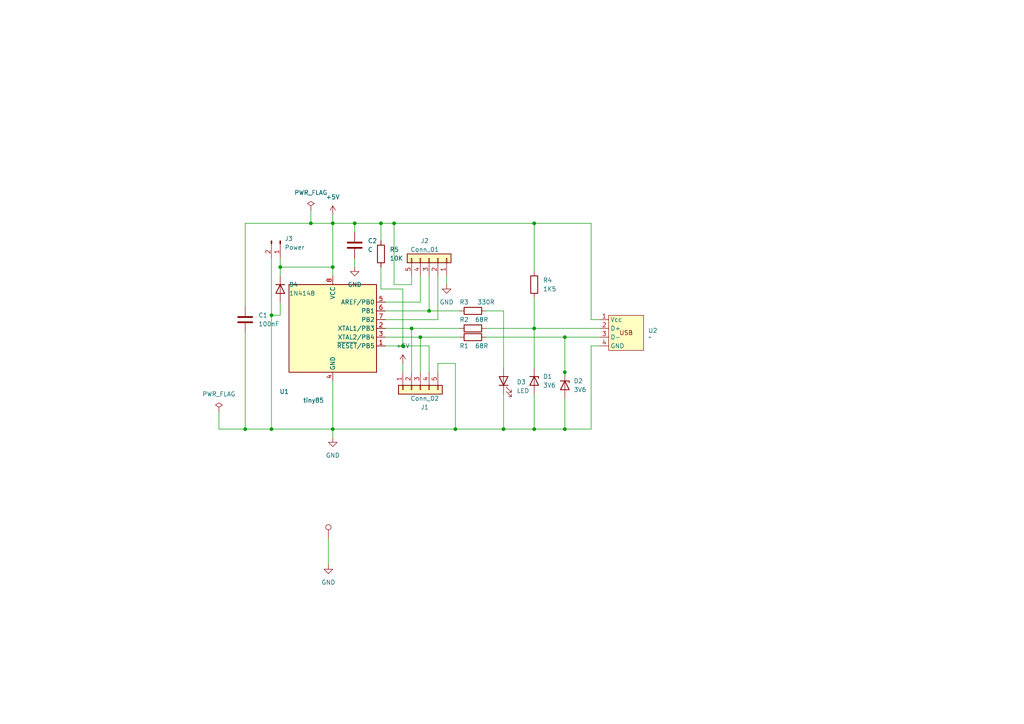
<source format=kicad_sch>
(kicad_sch (version 20231120) (generator "eeschema") (generator_version "8.0")
  (paper "A4")
  (title_block (title "ATtiny85") (date "2024-03-06") (rev "0.01") (company "Individual"))
  (lib_symbols
    (symbol "Connector:Conn_01x02_Pin" (pin_names (offset 1.016) hide)
      (property "Reference" "J" (at 0 2.54 0))
      (property "Value" "Conn_01x02_Pin" (at 0 -5.08 0))
      (symbol "Conn_01x02_Pin_1_1"
        (polyline (pts (xy 1.27 -2.54) (xy 0.8636 -2.54)) (stroke (width 0.1524)))
        (polyline (pts (xy 1.27 0) (xy 0.8636 0)) (stroke (width 0.1524)))
        (rectangle (start 0.8636 -2.413) (end 0 -2.667) (stroke (width 0.1524)) (fill (type outline)))
        (rectangle (start 0.8636 0.127) (end 0 -0.127) (stroke (width 0.1524)) (fill (type outline)))
        (pin passive line (at 5.08 0 180) (length 3.81) (name "Pin_1") (number "1"))
        (pin passive line (at 5.08 -2.54 180) (length 3.81) (name "Pin_2") (number "2"))
      )
    )
    (symbol "Connector:TestPoint" (pin_numbers hide) (pin_names (offset 0.762) hide)
      (property "Reference" "TP" (at 0 6.858 0))
      (property "Value" "TestPoint" (at 0 5.08 0))
      (symbol "TestPoint_0_1"
        (circle (center 0 3.302) (radius 0.762))
      )
      (symbol "TestPoint_1_1"
        (pin passive line (at 0 0 90) (length 2.54) (name "1") (number "1"))
      )
    )
    (symbol "Connector_Generic:Conn_01x05" (pin_names (offset 1.016) hide)
      (property "Reference" "J" (at 0 7.62 0))
      (property "Value" "Conn_01x05" (at 0 -7.62 0))
      (symbol "Conn_01x05_1_1"
        (rectangle (start -1.27 -4.953) (end 0 -5.207) (stroke (width 0.1524)))
        (rectangle (start -1.27 -2.413) (end 0 -2.667) (stroke (width 0.1524)))
        (rectangle (start -1.27 0.127) (end 0 -0.127) (stroke (width 0.1524)))
        (rectangle (start -1.27 2.667) (end 0 2.413) (stroke (width 0.1524)))
        (rectangle (start -1.27 5.207) (end 0 4.953) (stroke (width 0.1524)))
        (rectangle (start -1.27 6.35) (end 1.27 -6.35) (stroke (width 0.254)) (fill (type background)))
        (pin passive line (at -5.08 5.08 0) (length 3.81) (name "Pin_1") (number "1"))
        (pin passive line (at -5.08 2.54 0) (length 3.81) (name "Pin_2") (number "2"))
        (pin passive line (at -5.08 0 0) (length 3.81) (name "Pin_3") (number "3"))
        (pin passive line (at -5.08 -2.54 0) (length 3.81) (name "Pin_4") (number "4"))
        (pin passive line (at -5.08 -5.08 0) (length 3.81) (name "Pin_5") (number "5"))
      )
    )
    (symbol "Custom_Sym:PCB_USB"
      (property "Reference" "U" (at -3.81 -5.334 0))
      (symbol "PCB_USB_1_1"
        (rectangle (start -3.81 5.08) (end 6.35 -5.08) (fill (type background)))
        (text "USB" (at 1.27 0 0) (effects (font (size 1.27 1.27))))
        (pin power_in line (at -6.35 3.81 0) (length 2.54) (name "Vcc") (number "1"))
        (pin bidirectional line (at -6.35 1.27 0) (length 2.54) (name "D+") (number "2"))
        (pin bidirectional line (at -6.35 -1.27 0) (length 2.54) (name "D-") (number "3"))
        (pin power_in line (at -6.35 -3.81 0) (length 2.54) (name "GND") (number "4"))
      )
    )
    (symbol "Device:C" (pin_numbers hide) (pin_names (offset 0.254))
      (property "Reference" "C" (at 0.635 2.54 0))
      (property "Value" "C" (at 0.635 -2.54 0))
      (symbol "C_0_1"
        (polyline (pts (xy -2.032 -0.762) (xy 2.032 -0.762)) (stroke (width 0.508)))
        (polyline (pts (xy -2.032 0.762) (xy 2.032 0.762)) (stroke (width 0.508)))
      )
      (symbol "C_1_1"
        (pin passive line (at 0 3.81 270) (length 2.794) (name "~") (number "1"))
        (pin passive line (at 0 -3.81 90) (length 2.794) (name "~") (number "2"))
      )
    )
    (symbol "Device:D_Zener" (pin_numbers hide) (pin_names (offset 1.016) hide)
      (property "Reference" "D" (at 0 2.54 0))
      (property "Value" "D_Zener" (at 0 -2.54 0))
      (symbol "D_Zener_0_1"
        (polyline (pts (xy 1.27 0) (xy -1.27 0)))
        (polyline (pts (xy -1.27 -1.27) (xy -1.27 1.27) (xy -0.762 1.27)) (stroke (width 0.254)))
        (polyline (pts (xy 1.27 -1.27) (xy 1.27 1.27) (xy -1.27 0) (xy 1.27 -1.27)) (stroke (width 0.254)))
      )
      (symbol "D_Zener_1_1"
        (pin passive line (at -3.81 0 0) (length 2.54) (name "K") (number "1"))
        (pin passive line (at 3.81 0 180) (length 2.54) (name "A") (number "2"))
      )
    )
    (symbol "Device:LED" (pin_numbers hide) (pin_names (offset 1.016) hide)
      (property "Reference" "D" (at 0 2.54 0))
      (property "Value" "LED" (at 0 -2.54 0))
      (symbol "LED_0_1"
        (polyline (pts (xy -1.27 -1.27) (xy -1.27 1.27)) (stroke (width 0.254)))
        (polyline (pts (xy -1.27 0) (xy 1.27 0)))
        (polyline (pts (xy 1.27 -1.27) (xy 1.27 1.27) (xy -1.27 0) (xy 1.27 -1.27)) (stroke (width 0.254)))
        (polyline (pts (xy -3.048 -0.762) (xy -4.572 -2.286) (xy -3.81 -2.286) (xy -4.572 -2.286) (xy -4.572 -1.524)))
        (polyline (pts (xy -1.778 -0.762) (xy -3.302 -2.286) (xy -2.54 -2.286) (xy -3.302 -2.286) (xy -3.302 -1.524)))
      )
      (symbol "LED_1_1"
        (pin passive line (at -3.81 0 0) (length 2.54) (name "K") (number "1"))
        (pin passive line (at 3.81 0 180) (length 2.54) (name "A") (number "2"))
      )
    )
    (symbol "Device:R" (pin_numbers hide) (pin_names (offset 0))
      (property "Reference" "R" (at 2.032 0 90))
      (property "Value" "R" (at 0 0 90))
      (symbol "R_0_1"
        (rectangle (start -1.016 -2.54) (end 1.016 2.54) (stroke (width 0.254)))
      )
      (symbol "R_1_1"
        (pin passive line (at 0 3.81 270) (length 1.27) (name "~") (number "1"))
        (pin passive line (at 0 -3.81 90) (length 1.27) (name "~") (number "2"))
      )
    )
    (symbol "Diode:1N4148" (pin_numbers hide) (pin_names hide)
      (property "Reference" "D" (at 0 2.54 0))
      (property "Value" "1N4148" (at 0 -2.54 0))
      (symbol "1N4148_0_1"
        (polyline (pts (xy -1.27 1.27) (xy -1.27 -1.27)) (stroke (width 0.254)))
        (polyline (pts (xy 1.27 0) (xy -1.27 0)))
        (polyline (pts (xy 1.27 1.27) (xy 1.27 -1.27) (xy -1.27 0) (xy 1.27 1.27)) (stroke (width 0.254)))
      )
      (symbol "1N4148_1_1"
        (pin passive line (at -3.81 0 0) (length 2.54) (name "K") (number "1"))
        (pin passive line (at 3.81 0 180) (length 2.54) (name "A") (number "2"))
      )
    )
    (symbol "MCU_Microchip_ATtiny:ATtiny85-20P"
      (property "Reference" "U" (at -12.7 13.97 0))
      (property "Value" "ATtiny85-20P" (at 2.54 -13.97 0))
      (symbol "ATtiny85-20P_0_1"
        (rectangle (start -12.7 -12.7) (end 12.7 12.7) (stroke (width 0.254)) (fill (type background)))
      )
      (symbol "ATtiny85-20P_1_1"
        (pin bidirectional line (at 15.24 -5.08 180) (length 2.54) (name "~{RESET}/PB5") (number "1"))
        (pin bidirectional line (at 15.24 0 180) (length 2.54) (name "XTAL1/PB3") (number "2"))
        (pin bidirectional line (at 15.24 -2.54 180) (length 2.54) (name "XTAL2/PB4") (number "3"))
        (pin power_in line (at 0 -15.24 90) (length 2.54) (name "GND") (number "4"))
        (pin bidirectional line (at 15.24 7.62 180) (length 2.54) (name "AREF/PB0") (number "5"))
        (pin bidirectional line (at 15.24 5.08 180) (length 2.54) (name "PB1") (number "6"))
        (pin bidirectional line (at 15.24 2.54 180) (length 2.54) (name "PB2") (number "7"))
        (pin power_in line (at 0 15.24 270) (length 2.54) (name "VCC") (number "8"))
      )
    )
    (symbol "power:+5V" (power) (pin_numbers hide) (pin_names (offset 0) hide)
      (property "Value" "+5V" (at 0 3.556 0))
      (symbol "+5V_0_1"
        (polyline (pts (xy -0.762 1.27) (xy 0 2.54)))
        (polyline (pts (xy 0 0) (xy 0 2.54)))
        (polyline (pts (xy 0 2.54) (xy 0.762 1.27)))
      )
      (symbol "+5V_1_1"
        (pin power_in line (at 0 0 90) (length 0) (name "~") (number "1"))
      )
    )
    (symbol "power:GND" (power) (pin_numbers hide) (pin_names (offset 0) hide)
      (property "Value" "GND" (at 0 -3.81 0))
      (symbol "GND_0_1"
        (polyline (pts (xy 0 0) (xy 0 -1.27) (xy 1.27 -1.27) (xy 0 -2.54) (xy -1.27 -1.27) (xy 0 -1.27)))
      )
      (symbol "GND_1_1"
        (pin power_in line (at 0 0 270) (length 0) (name "~") (number "1"))
      )
    )
    (symbol "power:PWR_FLAG" (power) (pin_numbers hide) (pin_names (offset 0) hide)
      (property "Value" "PWR_FLAG" (at 0 3.81 0))
      (symbol "PWR_FLAG_0_0"
        (pin power_out line (at 0 0 90) (length 0) (name "~") (number "1"))
      )
      (symbol "PWR_FLAG_0_1"
        (polyline (pts (xy 0 0) (xy 0 1.27) (xy -1.016 1.905) (xy 0 2.54) (xy 1.016 1.905) (xy 0 1.27)))
      )
    )
  )
  (junction (at 163.83 124.46))
  (junction (at 78.74 124.46))
  (junction (at 102.87 64.77))
  (junction (at 78.74 91.44))
  (junction (at 124.46 90.17))
  (junction (at 81.28 77.47))
  (junction (at 96.52 64.77))
  (junction (at 132.08 124.46))
  (junction (at 96.52 124.46))
  (junction (at 146.05 124.46))
  (junction (at 154.94 124.46))
  (junction (at 119.38 95.25))
  (junction (at 96.52 77.47))
  (junction (at 154.94 64.77))
  (junction (at 90.17 64.77))
  (junction (at 110.49 64.77))
  (junction (at 116.84 100.33))
  (junction (at 71.12 124.46))
  (junction (at 154.94 95.25))
  (junction (at 114.3 64.77))
  (junction (at 163.83 97.79))
  (junction (at 163.83 107.95))
  (junction (at 121.92 97.79))
  (wire (pts (xy 121.92 80.01) (xy 121.92 87.63)))
  (wire (pts (xy 110.49 64.77) (xy 110.49 69.85)))
  (wire (pts (xy 78.74 74.93) (xy 78.74 91.44)))
  (wire (pts (xy 111.76 100.33) (xy 116.84 100.33)))
  (wire (pts (xy 124.46 80.01) (xy 124.46 90.17)))
  (wire (pts (xy 71.12 64.77) (xy 90.17 64.77)))
  (wire (pts (xy 110.49 77.47) (xy 110.49 83.82)))
  (wire (pts (xy 78.74 91.44) (xy 78.74 124.46)))
  (wire (pts (xy 146.05 124.46) (xy 154.94 124.46)))
  (wire (pts (xy 121.92 97.79) (xy 133.35 97.79)))
  (wire (pts (xy 81.28 87.63) (xy 81.28 91.44)))
  (wire (pts (xy 102.87 64.77) (xy 102.87 67.31)))
  (wire (pts (xy 81.28 91.44) (xy 78.74 91.44)))
  (wire (pts (xy 90.17 64.77) (xy 96.52 64.77)))
  (wire (pts (xy 111.76 87.63) (xy 121.92 87.63)))
  (wire (pts (xy 127 105.41) (xy 132.08 105.41)))
  (wire (pts (xy 127 80.01) (xy 127 92.71)))
  (wire (pts (xy 102.87 64.77) (xy 110.49 64.77)))
  (wire (pts (xy 63.5 119.38) (xy 63.5 124.46)))
  (wire (pts (xy 114.3 64.77) (xy 154.94 64.77)))
  (wire (pts (xy 146.05 114.3) (xy 146.05 124.46)))
  (wire (pts (xy 111.76 95.25) (xy 119.38 95.25)))
  (wire (pts (xy 129.54 80.01) (xy 129.54 82.55)))
  (wire (pts (xy 114.3 82.55) (xy 114.3 64.77)))
  (wire (pts (xy 116.84 105.41) (xy 116.84 107.95)))
  (wire (pts (xy 132.08 124.46) (xy 96.52 124.46)))
  (wire (pts (xy 171.45 124.46) (xy 163.83 124.46)))
  (wire (pts (xy 116.84 100.33) (xy 124.46 100.33)))
  (wire (pts (xy 154.94 86.36) (xy 154.94 95.25)))
  (wire (pts (xy 96.52 77.47) (xy 96.52 80.01)))
  (wire (pts (xy 81.28 74.93) (xy 81.28 77.47)))
  (wire (pts (xy 140.97 97.79) (xy 163.83 97.79)))
  (wire (pts (xy 102.87 74.93) (xy 102.87 77.47)))
  (wire (pts (xy 121.92 97.79) (xy 121.92 107.95)))
  (wire (pts (xy 81.28 77.47) (xy 96.52 77.47)))
  (wire (pts (xy 154.94 95.25) (xy 154.94 106.68)))
  (wire (pts (xy 163.83 107.95) (xy 163.83 109.22)))
  (wire (pts (xy 163.83 115.57) (xy 163.83 124.46)))
  (wire (pts (xy 154.94 124.46) (xy 163.83 124.46)))
  (wire (pts (xy 171.45 100.33) (xy 171.45 124.46)))
  (wire (pts (xy 71.12 96.52) (xy 71.12 124.46)))
  (wire (pts (xy 140.97 90.17) (xy 146.05 90.17)))
  (wire (pts (xy 96.52 124.46) (xy 96.52 127)))
  (wire (pts (xy 171.45 92.71) (xy 171.45 64.77)))
  (wire (pts (xy 154.94 114.3) (xy 154.94 124.46)))
  (wire (pts (xy 119.38 82.55) (xy 114.3 82.55)))
  (wire (pts (xy 110.49 64.77) (xy 114.3 64.77)))
  (wire (pts (xy 71.12 124.46) (xy 78.74 124.46)))
  (wire (pts (xy 111.76 97.79) (xy 121.92 97.79)))
  (wire (pts (xy 81.28 80.01) (xy 81.28 77.47)))
  (wire (pts (xy 119.38 95.25) (xy 119.38 107.95)))
  (wire (pts (xy 154.94 78.74) (xy 154.94 64.77)))
  (wire (pts (xy 173.99 92.71) (xy 171.45 92.71)))
  (wire (pts (xy 173.99 100.33) (xy 171.45 100.33)))
  (wire (pts (xy 119.38 80.01) (xy 119.38 82.55)))
  (wire (pts (xy 78.74 124.46) (xy 96.52 124.46)))
  (wire (pts (xy 96.52 64.77) (xy 102.87 64.77)))
  (wire (pts (xy 163.83 97.79) (xy 173.99 97.79)))
  (wire (pts (xy 132.08 105.41) (xy 132.08 124.46)))
  (wire (pts (xy 124.46 90.17) (xy 133.35 90.17)))
  (wire (pts (xy 140.97 95.25) (xy 154.94 95.25)))
  (wire (pts (xy 154.94 95.25) (xy 173.99 95.25)))
  (wire (pts (xy 119.38 95.25) (xy 133.35 95.25)))
  (wire (pts (xy 110.49 83.82) (xy 116.84 83.82)))
  (wire (pts (xy 163.83 97.79) (xy 163.83 107.95)))
  (wire (pts (xy 71.12 88.9) (xy 71.12 64.77)))
  (wire (pts (xy 90.17 60.96) (xy 90.17 64.77)))
  (wire (pts (xy 111.76 92.71) (xy 127 92.71)))
  (wire (pts (xy 146.05 106.68) (xy 146.05 90.17)))
  (wire (pts (xy 146.05 124.46) (xy 132.08 124.46)))
  (wire (pts (xy 127 107.95) (xy 127 105.41)))
  (wire (pts (xy 96.52 64.77) (xy 96.52 77.47)))
  (wire (pts (xy 96.52 110.49) (xy 96.52 124.46)))
  (wire (pts (xy 96.52 64.77) (xy 96.52 62.23)))
  (wire (pts (xy 111.76 90.17) (xy 124.46 90.17)))
  (wire (pts (xy 171.45 64.77) (xy 154.94 64.77)))
  (wire (pts (xy 116.84 83.82) (xy 116.84 100.33)))
  (wire (pts (xy 124.46 107.95) (xy 124.46 100.33)))
  (wire (pts (xy 63.5 124.46) (xy 71.12 124.46)))
  (wire (pts (xy 95.25 156.21) (xy 95.25 163.83)))
  (symbol (lib_id "power:GND") (at 129.54 82.55 0) (unit 1)
    (property "Reference" "#PWR02" (effects (hide yes)))
    (property "Value" "GND" (at 129.54 87.63 0))
    (property "Description" "Power symbol creates a global label with name \"GND\" , ground" (effects (hide yes)))
  )
  (symbol (lib_id "Diode:1N4148") (at 81.28 83.82 270) (unit 1)
    (property "Reference" "D4" (at 83.82 82.55 90) (effects (justify left)))
    (property "Value" "1N4148" (at 83.82 85.09 90) (effects (justify left)))
    (property "Footprint" "Diode_SMD:D_1210_3225Metric" (effects (hide yes)))
    (property "Datasheet" "https://assets.nexperia.com/documents/data-sheet/1N4148_1N4448.pdf" (effects (hide yes)))
    (property "Description" "100V 0.15A standard switching diode, DO-35" (effects (hide yes)))
    (property "Sim.Device" "D" (effects (hide yes)))
    (property "Sim.Pins" "1=K 2=A" (effects (hide yes)))
  )
  (symbol (lib_id "Connector_Generic:Conn_01x05") (at 124.46 74.93 270) (mirror x) (unit 1)
    (property "Reference" "J2" (at 123.19 69.85 90))
    (property "Value" "Conn_01" (at 123.19 72.39 90))
    (property "Footprint" "Connector_JST:JST_EH_B5B-EH-A_1x05_P2.50mm_Vertical" (effects (hide yes)))
    (property "Description" "Generic connector, single row, 01x05, script generated (kicad-library-utils/schlib/autogen/connector/)" (effects (hide yes)))
  )
  (symbol (lib_id "Connector_Generic:Conn_01x05") (at 121.92 113.03 90) (mirror x) (unit 1)
    (property "Reference" "J1" (at 123.19 118.11 90))
    (property "Value" "Conn_02" (at 123.19 115.57 90))
    (property "Footprint" "Connector_JST:JST_EH_B5B-EH-A_1x05_P2.50mm_Vertical" (effects (hide yes)))
    (property "Description" "Generic connector, single row, 01x05, script generated (kicad-library-utils/schlib/autogen/connector/)" (effects (hide yes)))
  )
  (symbol (lib_id "MCU_Microchip_ATtiny:ATtiny85-20P") (at 96.52 95.25 0) (unit 1)
    (property "Reference" "U1" (at 83.82 114.3 0) (effects (justify right bottom)))
    (property "Value" "tiny85" (at 93.98 116.84 0) (effects (justify right bottom)))
    (property "Footprint" "Package_DIP:DIP-8_W7.62mm" (effects (hide yes)))
    (property "Datasheet" "http://ww1.microchip.com/downloads/en/DeviceDoc/atmel-2586-avr-8-bit-microcontroller-attiny25-attiny45-attiny85_datasheet.pdf" (effects (hide yes)))
    (property "Description" "20MHz, 8kB Flash, 512B SRAM, 512B EEPROM, debugWIRE, DIP-8" (effects (hide yes)))
  )
  (symbol (lib_id "Device:R") (at 137.16 97.79 90) (unit 1)
    (property "Reference" "R1" (at 134.62 100.33 90))
    (property "Value" "68R" (at 139.7 100.33 90))
    (property "Footprint" "Resistor_SMD:R_0805_2012Metric_Pad1.20x1.40mm_HandSolder" (effects (hide yes)))
    (property "Description" "Resistor" (effects (hide yes)))
  )
  (symbol (lib_id "Device:R") (at 137.16 95.25 90) (unit 1)
    (property "Reference" "R2" (at 134.62 92.71 90))
    (property "Value" "68R" (at 139.7 92.71 90))
    (property "Footprint" "Resistor_SMD:R_0805_2012Metric_Pad1.20x1.40mm_HandSolder" (effects (hide yes)))
    (property "Description" "Resistor" (effects (hide yes)))
  )
  (symbol (lib_id "Custom_Sym:PCB_USB") (at 180.34 96.52 0) (unit 1)
    (property "Reference" "U2" (at 187.96 95.8849 0) (effects (justify left)))
    (property "Value" "~" (at 187.96 97.79 0) (effects (justify left)))
    (property "Footprint" "Custom_foot:PCB_USB" (effects (hide yes)))
  )
  (symbol (lib_id "Device:C") (at 102.87 71.12 0) (unit 1)
    (property "Reference" "C2" (at 106.68 69.85 0) (effects (justify left)))
    (property "Value" "C" (at 106.68 72.39 0) (effects (justify left)))
    (property "Footprint" "Capacitor_THT:C_Disc_D3.0mm_W1.6mm_P2.50mm" (effects (hide yes)))
    (property "Description" "Unpolarized capacitor" (effects (hide yes)))
  )
  (symbol (lib_id "Device:D_Zener") (at 154.94 110.49 270) (unit 1)
    (property "Reference" "D1" (at 157.48 109.22 90) (effects (justify left)))
    (property "Value" "3V6" (at 157.48 111.76 90) (effects (justify left)))
    (property "Footprint" "Diode_SMD:D_SOD-123" (effects (hide yes)))
    (property "Description" "Zener diode" (effects (hide yes)))
  )
  (symbol (lib_id "Device:R") (at 137.16 90.17 90) (unit 1)
    (property "Reference" "R3" (at 134.62 87.63 90))
    (property "Value" "330R" (at 140.97 87.63 90))
    (property "Footprint" "Resistor_SMD:R_0805_2012Metric_Pad1.20x1.40mm_HandSolder" (effects (hide yes)))
    (property "Description" "Resistor" (effects (hide yes)))
  )
  (symbol (lib_id "power:GND") (at 96.52 127 0) (unit 1)
    (property "Reference" "#PWR07" (effects (hide yes)))
    (property "Value" "GND" (at 96.52 132.08 0))
    (property "Description" "Power symbol creates a global label with name \"GND\" , ground" (effects (hide yes)))
  )
  (symbol (lib_id "Device:C") (at 71.12 92.71 0) (unit 1)
    (property "Reference" "C1" (at 74.93 91.44 0) (effects (justify left)))
    (property "Value" "100nF" (at 74.93 93.98 0) (effects (justify left)))
    (property "Footprint" "Capacitor_THT:C_Disc_D5.0mm_W2.5mm_P5.00mm" (effects (hide yes)))
    (property "Description" "Unpolarized capacitor" (effects (hide yes)))
  )
  (symbol (lib_id "Device:D_Zener") (at 163.83 111.76 270) (unit 1)
    (property "Reference" "D2" (at 166.37 110.49 90) (effects (justify left)))
    (property "Value" "3V6" (at 166.37 113.03 90) (effects (justify left)))
    (property "Footprint" "Diode_SMD:D_SOD-123" (effects (hide yes)))
    (property "Description" "Zener diode" (effects (hide yes)))
  )
  (symbol (lib_id "power:PWR_FLAG") (at 63.5 119.38 0) (unit 1)
    (property "Reference" "#FLG03" (effects (hide yes)))
    (property "Value" "PWR_FLAG" (at 63.5 114.3 0))
    (property "Description" "Special symbol for telling ERC where power comes from" (effects (hide yes)))
  )
  (symbol (lib_id "power:GND") (at 102.87 77.47 0) (unit 1)
    (property "Reference" "#PWR01" (effects (hide yes)))
    (property "Value" "GND" (at 102.87 82.55 0))
    (property "Description" "Power symbol creates a global label with name \"GND\" , ground" (effects (hide yes)))
  )
  (symbol (lib_id "Device:R") (at 110.49 73.66 0) (unit 1)
    (property "Reference" "R5" (at 113.03 72.39 0) (effects (justify left)))
    (property "Value" "10K" (at 113.03 74.93 0) (effects (justify left)))
    (property "Footprint" "Resistor_SMD:R_0805_2012Metric_Pad1.20x1.40mm_HandSolder" (effects (hide yes)))
    (property "Description" "Resistor" (effects (hide yes)))
  )
  (symbol (lib_id "Device:LED") (at 146.05 110.49 90) (unit 1)
    (property "Reference" "D3" (at 149.86 110.8075 90) (effects (justify right)))
    (property "Value" "LED" (at 149.86 113.3475 90) (effects (justify right)))
    (property "Footprint" "LED_THT:LED_D3.0mm" (effects (hide yes)))
    (property "Description" "Light emitting diode" (effects (hide yes)))
  )
  (symbol (lib_id "power:GND") (at 95.25 163.83 0) (unit 1)
    (property "Reference" "#PWR06" (effects (hide yes)))
    (property "Value" "GND" (at 95.25 168.91 0))
    (property "Description" "Power symbol creates a global label with name \"GND\" , ground" (effects (hide yes)))
  )
  (symbol (lib_id "power:+5V") (at 116.84 105.41 0) (unit 1)
    (property "Reference" "#PWR03" (effects (hide yes)))
    (property "Value" "+5V" (at 116.84 100.33 0))
    (property "Description" "Power symbol creates a global label with name \"+5V\"" (effects (hide yes)))
  )
  (symbol (lib_id "Connector:Conn_01x02_Pin") (at 81.28 69.85 270) (unit 1)
    (property "Reference" "J3" (at 82.55 69.215 90) (effects (justify left)))
    (property "Value" "Power" (at 82.55 71.755 90) (effects (justify left)))
    (property "Footprint" "Connector_PinHeader_2.54mm:PinHeader_1x02_P2.54mm_Vertical" (effects (hide yes)))
    (property "Description" "Generic connector, single row, 01x02, script generated" (effects (hide yes)))
  )
  (symbol (lib_id "Connector:TestPoint") (at 95.25 156.21 0) (unit 1)
    (property "Reference" "TP1" (effects (hide yes)))
    (property "Value" "TestPoint" (effects (hide yes)))
    (property "Footprint" "TestPoint:TestPoint_Loop_D2.50mm_Drill1.0mm_LowProfile" (effects (hide yes)))
    (property "Description" "test point" (effects (hide yes)))
  )
  (symbol (lib_id "power:PWR_FLAG") (at 90.17 60.96 0) (unit 1)
    (property "Reference" "#FLG04" (effects (hide yes)))
    (property "Value" "PWR_FLAG" (at 90.17 55.88 0))
    (property "Description" "Special symbol for telling ERC where power comes from" (effects (hide yes)))
  )
  (symbol (lib_id "power:+5V") (at 96.52 62.23 0) (unit 1)
    (property "Reference" "#PWR05" (effects (hide yes)))
    (property "Value" "+5V" (at 96.52 57.15 0))
    (property "Description" "Power symbol creates a global label with name \"+5V\"" (effects (hide yes)))
  )
  (symbol (lib_id "Device:R") (at 154.94 82.55 0) (unit 1)
    (property "Reference" "R4" (at 157.48 81.28 0) (effects (justify left)))
    (property "Value" "1K5" (at 157.48 83.82 0) (effects (justify left)))
    (property "Footprint" "Resistor_SMD:R_0805_2012Metric_Pad1.20x1.40mm_HandSolder" (effects (hide yes)))
    (property "Description" "Resistor" (effects (hide yes)))
  )
)
</source>
